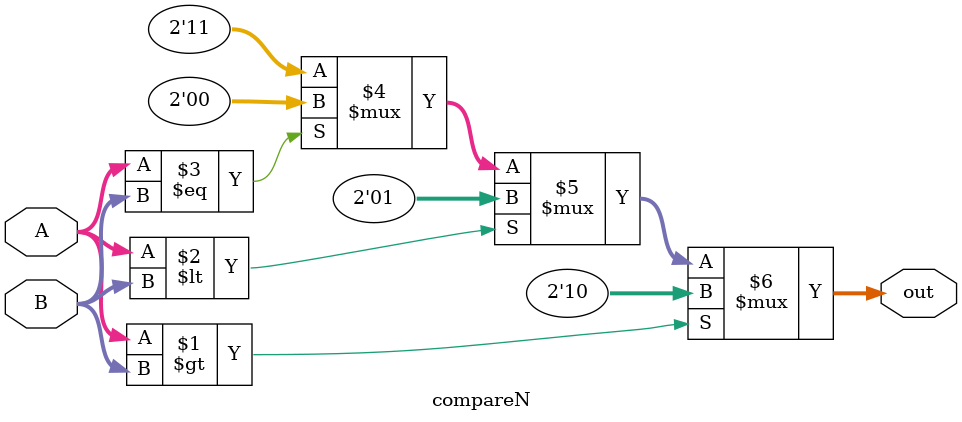
<source format=v>
`timescale 1ns / 1ps


module compareN(A, B, out);
parameter N = 8;
input [N-1:0] A, B;
output [1:0]out;

assign out = (A>B)?2'b10:
            (A<B)?2'b01:
            (A == B)?2'b00:2'b11;


endmodule

</source>
